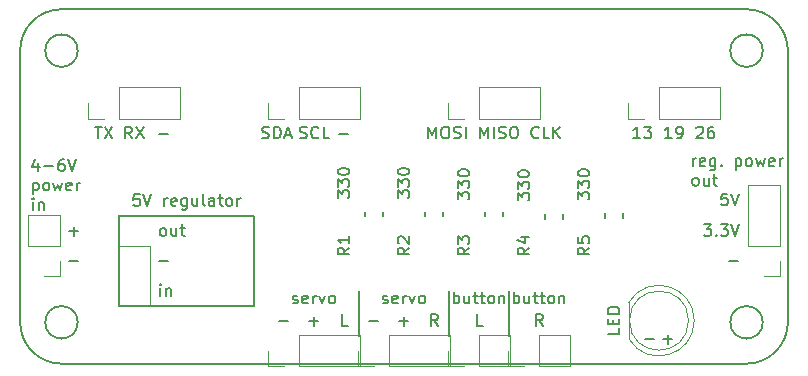
<source format=gto>
G04 #@! TF.GenerationSoftware,KiCad,Pcbnew,(5.0.2)*
G04 #@! TF.CreationDate,2020-11-06T15:24:57+00:00*
G04 #@! TF.ProjectId,alto,616c746f-2e6b-4696-9361-645f70636258,rev?*
G04 #@! TF.SameCoordinates,Original*
G04 #@! TF.FileFunction,Legend,Top*
G04 #@! TF.FilePolarity,Positive*
%FSLAX46Y46*%
G04 Gerber Fmt 4.6, Leading zero omitted, Abs format (unit mm)*
G04 Created by KiCad (PCBNEW (5.0.2)) date Fri 06 Nov 2020 15:24:57 GMT*
%MOMM*%
%LPD*%
G01*
G04 APERTURE LIST*
%ADD10C,0.150000*%
%ADD11C,0.200000*%
%ADD12C,0.120000*%
G04 APERTURE END LIST*
D10*
X123689523Y-60889761D02*
X123832380Y-60937380D01*
X124070476Y-60937380D01*
X124165714Y-60889761D01*
X124213333Y-60842142D01*
X124260952Y-60746904D01*
X124260952Y-60651666D01*
X124213333Y-60556428D01*
X124165714Y-60508809D01*
X124070476Y-60461190D01*
X123880000Y-60413571D01*
X123784761Y-60365952D01*
X123737142Y-60318333D01*
X123689523Y-60223095D01*
X123689523Y-60127857D01*
X123737142Y-60032619D01*
X123784761Y-59985000D01*
X123880000Y-59937380D01*
X124118095Y-59937380D01*
X124260952Y-59985000D01*
X125260952Y-60842142D02*
X125213333Y-60889761D01*
X125070476Y-60937380D01*
X124975238Y-60937380D01*
X124832380Y-60889761D01*
X124737142Y-60794523D01*
X124689523Y-60699285D01*
X124641904Y-60508809D01*
X124641904Y-60365952D01*
X124689523Y-60175476D01*
X124737142Y-60080238D01*
X124832380Y-59985000D01*
X124975238Y-59937380D01*
X125070476Y-59937380D01*
X125213333Y-59985000D01*
X125260952Y-60032619D01*
X126165714Y-60937380D02*
X125689523Y-60937380D01*
X125689523Y-59937380D01*
X127039047Y-60556428D02*
X127800952Y-60556428D01*
X111799047Y-60556428D02*
X112560952Y-60556428D01*
X156965595Y-63287380D02*
X156965595Y-62620714D01*
X156965595Y-62811190D02*
X157013214Y-62715952D01*
X157060833Y-62668333D01*
X157156071Y-62620714D01*
X157251309Y-62620714D01*
X157965595Y-63239761D02*
X157870357Y-63287380D01*
X157679880Y-63287380D01*
X157584642Y-63239761D01*
X157537023Y-63144523D01*
X157537023Y-62763571D01*
X157584642Y-62668333D01*
X157679880Y-62620714D01*
X157870357Y-62620714D01*
X157965595Y-62668333D01*
X158013214Y-62763571D01*
X158013214Y-62858809D01*
X157537023Y-62954047D01*
X158870357Y-62620714D02*
X158870357Y-63430238D01*
X158822738Y-63525476D01*
X158775119Y-63573095D01*
X158679880Y-63620714D01*
X158537023Y-63620714D01*
X158441785Y-63573095D01*
X158870357Y-63239761D02*
X158775119Y-63287380D01*
X158584642Y-63287380D01*
X158489404Y-63239761D01*
X158441785Y-63192142D01*
X158394166Y-63096904D01*
X158394166Y-62811190D01*
X158441785Y-62715952D01*
X158489404Y-62668333D01*
X158584642Y-62620714D01*
X158775119Y-62620714D01*
X158870357Y-62668333D01*
X159346547Y-63192142D02*
X159394166Y-63239761D01*
X159346547Y-63287380D01*
X159298928Y-63239761D01*
X159346547Y-63192142D01*
X159346547Y-63287380D01*
X160584642Y-62620714D02*
X160584642Y-63620714D01*
X160584642Y-62668333D02*
X160679880Y-62620714D01*
X160870357Y-62620714D01*
X160965595Y-62668333D01*
X161013214Y-62715952D01*
X161060833Y-62811190D01*
X161060833Y-63096904D01*
X161013214Y-63192142D01*
X160965595Y-63239761D01*
X160870357Y-63287380D01*
X160679880Y-63287380D01*
X160584642Y-63239761D01*
X161632261Y-63287380D02*
X161537023Y-63239761D01*
X161489404Y-63192142D01*
X161441785Y-63096904D01*
X161441785Y-62811190D01*
X161489404Y-62715952D01*
X161537023Y-62668333D01*
X161632261Y-62620714D01*
X161775119Y-62620714D01*
X161870357Y-62668333D01*
X161917976Y-62715952D01*
X161965595Y-62811190D01*
X161965595Y-63096904D01*
X161917976Y-63192142D01*
X161870357Y-63239761D01*
X161775119Y-63287380D01*
X161632261Y-63287380D01*
X162298928Y-62620714D02*
X162489404Y-63287380D01*
X162679880Y-62811190D01*
X162870357Y-63287380D01*
X163060833Y-62620714D01*
X163822738Y-63239761D02*
X163727500Y-63287380D01*
X163537023Y-63287380D01*
X163441785Y-63239761D01*
X163394166Y-63144523D01*
X163394166Y-62763571D01*
X163441785Y-62668333D01*
X163537023Y-62620714D01*
X163727500Y-62620714D01*
X163822738Y-62668333D01*
X163870357Y-62763571D01*
X163870357Y-62858809D01*
X163394166Y-62954047D01*
X164298928Y-63287380D02*
X164298928Y-62620714D01*
X164298928Y-62811190D02*
X164346547Y-62715952D01*
X164394166Y-62668333D01*
X164489404Y-62620714D01*
X164584642Y-62620714D01*
X157108452Y-64937380D02*
X157013214Y-64889761D01*
X156965595Y-64842142D01*
X156917976Y-64746904D01*
X156917976Y-64461190D01*
X156965595Y-64365952D01*
X157013214Y-64318333D01*
X157108452Y-64270714D01*
X157251309Y-64270714D01*
X157346547Y-64318333D01*
X157394166Y-64365952D01*
X157441785Y-64461190D01*
X157441785Y-64746904D01*
X157394166Y-64842142D01*
X157346547Y-64889761D01*
X157251309Y-64937380D01*
X157108452Y-64937380D01*
X158298928Y-64270714D02*
X158298928Y-64937380D01*
X157870357Y-64270714D02*
X157870357Y-64794523D01*
X157917976Y-64889761D01*
X158013214Y-64937380D01*
X158156071Y-64937380D01*
X158251309Y-64889761D01*
X158298928Y-64842142D01*
X158632261Y-64270714D02*
X159013214Y-64270714D01*
X158775119Y-63937380D02*
X158775119Y-64794523D01*
X158822738Y-64889761D01*
X158917976Y-64937380D01*
X159013214Y-64937380D01*
X159882261Y-65604120D02*
X159406071Y-65604120D01*
X159358452Y-66080311D01*
X159406071Y-66032692D01*
X159501309Y-65985073D01*
X159739404Y-65985073D01*
X159834642Y-66032692D01*
X159882261Y-66080311D01*
X159929880Y-66175549D01*
X159929880Y-66413644D01*
X159882261Y-66508882D01*
X159834642Y-66556501D01*
X159739404Y-66604120D01*
X159501309Y-66604120D01*
X159406071Y-66556501D01*
X159358452Y-66508882D01*
X160215595Y-65604120D02*
X160548928Y-66604120D01*
X160882261Y-65604120D01*
X157882261Y-68192380D02*
X158501309Y-68192380D01*
X158167976Y-68573333D01*
X158310833Y-68573333D01*
X158406071Y-68620952D01*
X158453690Y-68668571D01*
X158501309Y-68763809D01*
X158501309Y-69001904D01*
X158453690Y-69097142D01*
X158406071Y-69144761D01*
X158310833Y-69192380D01*
X158025119Y-69192380D01*
X157929880Y-69144761D01*
X157882261Y-69097142D01*
X158929880Y-69097142D02*
X158977500Y-69144761D01*
X158929880Y-69192380D01*
X158882261Y-69144761D01*
X158929880Y-69097142D01*
X158929880Y-69192380D01*
X159310833Y-68192380D02*
X159929880Y-68192380D01*
X159596547Y-68573333D01*
X159739404Y-68573333D01*
X159834642Y-68620952D01*
X159882261Y-68668571D01*
X159929880Y-68763809D01*
X159929880Y-69001904D01*
X159882261Y-69097142D01*
X159834642Y-69144761D01*
X159739404Y-69192380D01*
X159453690Y-69192380D01*
X159358452Y-69144761D01*
X159310833Y-69097142D01*
X160215595Y-68192380D02*
X160548928Y-69192380D01*
X160882261Y-68192380D01*
X159977500Y-71303168D02*
X160739404Y-71303168D01*
X152502857Y-60937380D02*
X151931428Y-60937380D01*
X152217142Y-60937380D02*
X152217142Y-59937380D01*
X152121904Y-60080238D01*
X152026666Y-60175476D01*
X151931428Y-60223095D01*
X152836190Y-59937380D02*
X153455238Y-59937380D01*
X153121904Y-60318333D01*
X153264761Y-60318333D01*
X153360000Y-60365952D01*
X153407619Y-60413571D01*
X153455238Y-60508809D01*
X153455238Y-60746904D01*
X153407619Y-60842142D01*
X153360000Y-60889761D01*
X153264761Y-60937380D01*
X152979047Y-60937380D01*
X152883809Y-60889761D01*
X152836190Y-60842142D01*
X155169523Y-60937380D02*
X154598095Y-60937380D01*
X154883809Y-60937380D02*
X154883809Y-59937380D01*
X154788571Y-60080238D01*
X154693333Y-60175476D01*
X154598095Y-60223095D01*
X155645714Y-60937380D02*
X155836190Y-60937380D01*
X155931428Y-60889761D01*
X155979047Y-60842142D01*
X156074285Y-60699285D01*
X156121904Y-60508809D01*
X156121904Y-60127857D01*
X156074285Y-60032619D01*
X156026666Y-59985000D01*
X155931428Y-59937380D01*
X155740952Y-59937380D01*
X155645714Y-59985000D01*
X155598095Y-60032619D01*
X155550476Y-60127857D01*
X155550476Y-60365952D01*
X155598095Y-60461190D01*
X155645714Y-60508809D01*
X155740952Y-60556428D01*
X155931428Y-60556428D01*
X156026666Y-60508809D01*
X156074285Y-60461190D01*
X156121904Y-60365952D01*
X157264761Y-60032619D02*
X157312380Y-59985000D01*
X157407619Y-59937380D01*
X157645714Y-59937380D01*
X157740952Y-59985000D01*
X157788571Y-60032619D01*
X157836190Y-60127857D01*
X157836190Y-60223095D01*
X157788571Y-60365952D01*
X157217142Y-60937380D01*
X157836190Y-60937380D01*
X158693333Y-59937380D02*
X158502857Y-59937380D01*
X158407619Y-59985000D01*
X158360000Y-60032619D01*
X158264761Y-60175476D01*
X158217142Y-60365952D01*
X158217142Y-60746904D01*
X158264761Y-60842142D01*
X158312380Y-60889761D01*
X158407619Y-60937380D01*
X158598095Y-60937380D01*
X158693333Y-60889761D01*
X158740952Y-60842142D01*
X158788571Y-60746904D01*
X158788571Y-60508809D01*
X158740952Y-60413571D01*
X158693333Y-60365952D01*
X158598095Y-60318333D01*
X158407619Y-60318333D01*
X158312380Y-60365952D01*
X158264761Y-60413571D01*
X158217142Y-60508809D01*
X134572380Y-60937380D02*
X134572380Y-59937380D01*
X134905714Y-60651666D01*
X135239047Y-59937380D01*
X135239047Y-60937380D01*
X135905714Y-59937380D02*
X136096190Y-59937380D01*
X136191428Y-59985000D01*
X136286666Y-60080238D01*
X136334285Y-60270714D01*
X136334285Y-60604047D01*
X136286666Y-60794523D01*
X136191428Y-60889761D01*
X136096190Y-60937380D01*
X135905714Y-60937380D01*
X135810476Y-60889761D01*
X135715238Y-60794523D01*
X135667619Y-60604047D01*
X135667619Y-60270714D01*
X135715238Y-60080238D01*
X135810476Y-59985000D01*
X135905714Y-59937380D01*
X136715238Y-60889761D02*
X136858095Y-60937380D01*
X137096190Y-60937380D01*
X137191428Y-60889761D01*
X137239047Y-60842142D01*
X137286666Y-60746904D01*
X137286666Y-60651666D01*
X137239047Y-60556428D01*
X137191428Y-60508809D01*
X137096190Y-60461190D01*
X136905714Y-60413571D01*
X136810476Y-60365952D01*
X136762857Y-60318333D01*
X136715238Y-60223095D01*
X136715238Y-60127857D01*
X136762857Y-60032619D01*
X136810476Y-59985000D01*
X136905714Y-59937380D01*
X137143809Y-59937380D01*
X137286666Y-59985000D01*
X137715238Y-60937380D02*
X137715238Y-59937380D01*
X138953333Y-60937380D02*
X138953333Y-59937380D01*
X139286666Y-60651666D01*
X139620000Y-59937380D01*
X139620000Y-60937380D01*
X140096190Y-60937380D02*
X140096190Y-59937380D01*
X140524761Y-60889761D02*
X140667619Y-60937380D01*
X140905714Y-60937380D01*
X141000952Y-60889761D01*
X141048571Y-60842142D01*
X141096190Y-60746904D01*
X141096190Y-60651666D01*
X141048571Y-60556428D01*
X141000952Y-60508809D01*
X140905714Y-60461190D01*
X140715238Y-60413571D01*
X140620000Y-60365952D01*
X140572380Y-60318333D01*
X140524761Y-60223095D01*
X140524761Y-60127857D01*
X140572380Y-60032619D01*
X140620000Y-59985000D01*
X140715238Y-59937380D01*
X140953333Y-59937380D01*
X141096190Y-59985000D01*
X141715238Y-59937380D02*
X141905714Y-59937380D01*
X142000952Y-59985000D01*
X142096190Y-60080238D01*
X142143809Y-60270714D01*
X142143809Y-60604047D01*
X142096190Y-60794523D01*
X142000952Y-60889761D01*
X141905714Y-60937380D01*
X141715238Y-60937380D01*
X141620000Y-60889761D01*
X141524761Y-60794523D01*
X141477142Y-60604047D01*
X141477142Y-60270714D01*
X141524761Y-60080238D01*
X141620000Y-59985000D01*
X141715238Y-59937380D01*
X143905714Y-60842142D02*
X143858095Y-60889761D01*
X143715238Y-60937380D01*
X143620000Y-60937380D01*
X143477142Y-60889761D01*
X143381904Y-60794523D01*
X143334285Y-60699285D01*
X143286666Y-60508809D01*
X143286666Y-60365952D01*
X143334285Y-60175476D01*
X143381904Y-60080238D01*
X143477142Y-59985000D01*
X143620000Y-59937380D01*
X143715238Y-59937380D01*
X143858095Y-59985000D01*
X143905714Y-60032619D01*
X144810476Y-60937380D02*
X144334285Y-60937380D01*
X144334285Y-59937380D01*
X145143809Y-60937380D02*
X145143809Y-59937380D01*
X145715238Y-60937380D02*
X145286666Y-60365952D01*
X145715238Y-59937380D02*
X145143809Y-60508809D01*
X120490714Y-60889761D02*
X120633571Y-60937380D01*
X120871666Y-60937380D01*
X120966904Y-60889761D01*
X121014523Y-60842142D01*
X121062142Y-60746904D01*
X121062142Y-60651666D01*
X121014523Y-60556428D01*
X120966904Y-60508809D01*
X120871666Y-60461190D01*
X120681190Y-60413571D01*
X120585952Y-60365952D01*
X120538333Y-60318333D01*
X120490714Y-60223095D01*
X120490714Y-60127857D01*
X120538333Y-60032619D01*
X120585952Y-59985000D01*
X120681190Y-59937380D01*
X120919285Y-59937380D01*
X121062142Y-59985000D01*
X121490714Y-60937380D02*
X121490714Y-59937380D01*
X121728809Y-59937380D01*
X121871666Y-59985000D01*
X121966904Y-60080238D01*
X122014523Y-60175476D01*
X122062142Y-60365952D01*
X122062142Y-60508809D01*
X122014523Y-60699285D01*
X121966904Y-60794523D01*
X121871666Y-60889761D01*
X121728809Y-60937380D01*
X121490714Y-60937380D01*
X122443095Y-60651666D02*
X122919285Y-60651666D01*
X122347857Y-60937380D02*
X122681190Y-59937380D01*
X123014523Y-60937380D01*
X141787142Y-74907380D02*
X141787142Y-73907380D01*
X141787142Y-74288333D02*
X141882380Y-74240714D01*
X142072857Y-74240714D01*
X142168095Y-74288333D01*
X142215714Y-74335952D01*
X142263333Y-74431190D01*
X142263333Y-74716904D01*
X142215714Y-74812142D01*
X142168095Y-74859761D01*
X142072857Y-74907380D01*
X141882380Y-74907380D01*
X141787142Y-74859761D01*
X143120476Y-74240714D02*
X143120476Y-74907380D01*
X142691904Y-74240714D02*
X142691904Y-74764523D01*
X142739523Y-74859761D01*
X142834761Y-74907380D01*
X142977619Y-74907380D01*
X143072857Y-74859761D01*
X143120476Y-74812142D01*
X143453809Y-74240714D02*
X143834761Y-74240714D01*
X143596666Y-73907380D02*
X143596666Y-74764523D01*
X143644285Y-74859761D01*
X143739523Y-74907380D01*
X143834761Y-74907380D01*
X144025238Y-74240714D02*
X144406190Y-74240714D01*
X144168095Y-73907380D02*
X144168095Y-74764523D01*
X144215714Y-74859761D01*
X144310952Y-74907380D01*
X144406190Y-74907380D01*
X144882380Y-74907380D02*
X144787142Y-74859761D01*
X144739523Y-74812142D01*
X144691904Y-74716904D01*
X144691904Y-74431190D01*
X144739523Y-74335952D01*
X144787142Y-74288333D01*
X144882380Y-74240714D01*
X145025238Y-74240714D01*
X145120476Y-74288333D01*
X145168095Y-74335952D01*
X145215714Y-74431190D01*
X145215714Y-74716904D01*
X145168095Y-74812142D01*
X145120476Y-74859761D01*
X145025238Y-74907380D01*
X144882380Y-74907380D01*
X145644285Y-74240714D02*
X145644285Y-74907380D01*
X145644285Y-74335952D02*
X145691904Y-74288333D01*
X145787142Y-74240714D01*
X145930000Y-74240714D01*
X146025238Y-74288333D01*
X146072857Y-74383571D01*
X146072857Y-74907380D01*
X136707142Y-74907380D02*
X136707142Y-73907380D01*
X136707142Y-74288333D02*
X136802380Y-74240714D01*
X136992857Y-74240714D01*
X137088095Y-74288333D01*
X137135714Y-74335952D01*
X137183333Y-74431190D01*
X137183333Y-74716904D01*
X137135714Y-74812142D01*
X137088095Y-74859761D01*
X136992857Y-74907380D01*
X136802380Y-74907380D01*
X136707142Y-74859761D01*
X138040476Y-74240714D02*
X138040476Y-74907380D01*
X137611904Y-74240714D02*
X137611904Y-74764523D01*
X137659523Y-74859761D01*
X137754761Y-74907380D01*
X137897619Y-74907380D01*
X137992857Y-74859761D01*
X138040476Y-74812142D01*
X138373809Y-74240714D02*
X138754761Y-74240714D01*
X138516666Y-73907380D02*
X138516666Y-74764523D01*
X138564285Y-74859761D01*
X138659523Y-74907380D01*
X138754761Y-74907380D01*
X138945238Y-74240714D02*
X139326190Y-74240714D01*
X139088095Y-73907380D02*
X139088095Y-74764523D01*
X139135714Y-74859761D01*
X139230952Y-74907380D01*
X139326190Y-74907380D01*
X139802380Y-74907380D02*
X139707142Y-74859761D01*
X139659523Y-74812142D01*
X139611904Y-74716904D01*
X139611904Y-74431190D01*
X139659523Y-74335952D01*
X139707142Y-74288333D01*
X139802380Y-74240714D01*
X139945238Y-74240714D01*
X140040476Y-74288333D01*
X140088095Y-74335952D01*
X140135714Y-74431190D01*
X140135714Y-74716904D01*
X140088095Y-74812142D01*
X140040476Y-74859761D01*
X139945238Y-74907380D01*
X139802380Y-74907380D01*
X140564285Y-74240714D02*
X140564285Y-74907380D01*
X140564285Y-74335952D02*
X140611904Y-74288333D01*
X140707142Y-74240714D01*
X140850000Y-74240714D01*
X140945238Y-74288333D01*
X140992857Y-74383571D01*
X140992857Y-74907380D01*
X130714285Y-74859761D02*
X130809523Y-74907380D01*
X131000000Y-74907380D01*
X131095238Y-74859761D01*
X131142857Y-74764523D01*
X131142857Y-74716904D01*
X131095238Y-74621666D01*
X131000000Y-74574047D01*
X130857142Y-74574047D01*
X130761904Y-74526428D01*
X130714285Y-74431190D01*
X130714285Y-74383571D01*
X130761904Y-74288333D01*
X130857142Y-74240714D01*
X131000000Y-74240714D01*
X131095238Y-74288333D01*
X131952380Y-74859761D02*
X131857142Y-74907380D01*
X131666666Y-74907380D01*
X131571428Y-74859761D01*
X131523809Y-74764523D01*
X131523809Y-74383571D01*
X131571428Y-74288333D01*
X131666666Y-74240714D01*
X131857142Y-74240714D01*
X131952380Y-74288333D01*
X132000000Y-74383571D01*
X132000000Y-74478809D01*
X131523809Y-74574047D01*
X132428571Y-74907380D02*
X132428571Y-74240714D01*
X132428571Y-74431190D02*
X132476190Y-74335952D01*
X132523809Y-74288333D01*
X132619047Y-74240714D01*
X132714285Y-74240714D01*
X132952380Y-74240714D02*
X133190476Y-74907380D01*
X133428571Y-74240714D01*
X133952380Y-74907380D02*
X133857142Y-74859761D01*
X133809523Y-74812142D01*
X133761904Y-74716904D01*
X133761904Y-74431190D01*
X133809523Y-74335952D01*
X133857142Y-74288333D01*
X133952380Y-74240714D01*
X134095238Y-74240714D01*
X134190476Y-74288333D01*
X134238095Y-74335952D01*
X134285714Y-74431190D01*
X134285714Y-74716904D01*
X134238095Y-74812142D01*
X134190476Y-74859761D01*
X134095238Y-74907380D01*
X133952380Y-74907380D01*
X123094285Y-74859761D02*
X123189523Y-74907380D01*
X123380000Y-74907380D01*
X123475238Y-74859761D01*
X123522857Y-74764523D01*
X123522857Y-74716904D01*
X123475238Y-74621666D01*
X123380000Y-74574047D01*
X123237142Y-74574047D01*
X123141904Y-74526428D01*
X123094285Y-74431190D01*
X123094285Y-74383571D01*
X123141904Y-74288333D01*
X123237142Y-74240714D01*
X123380000Y-74240714D01*
X123475238Y-74288333D01*
X124332380Y-74859761D02*
X124237142Y-74907380D01*
X124046666Y-74907380D01*
X123951428Y-74859761D01*
X123903809Y-74764523D01*
X123903809Y-74383571D01*
X123951428Y-74288333D01*
X124046666Y-74240714D01*
X124237142Y-74240714D01*
X124332380Y-74288333D01*
X124380000Y-74383571D01*
X124380000Y-74478809D01*
X123903809Y-74574047D01*
X124808571Y-74907380D02*
X124808571Y-74240714D01*
X124808571Y-74431190D02*
X124856190Y-74335952D01*
X124903809Y-74288333D01*
X124999047Y-74240714D01*
X125094285Y-74240714D01*
X125332380Y-74240714D02*
X125570476Y-74907380D01*
X125808571Y-74240714D01*
X126332380Y-74907380D02*
X126237142Y-74859761D01*
X126189523Y-74812142D01*
X126141904Y-74716904D01*
X126141904Y-74431190D01*
X126189523Y-74335952D01*
X126237142Y-74288333D01*
X126332380Y-74240714D01*
X126475238Y-74240714D01*
X126570476Y-74288333D01*
X126618095Y-74335952D01*
X126665714Y-74431190D01*
X126665714Y-74716904D01*
X126618095Y-74812142D01*
X126570476Y-74859761D01*
X126475238Y-74907380D01*
X126332380Y-74907380D01*
D11*
X108370000Y-75090000D02*
X108370000Y-67470000D01*
X119800000Y-75090000D02*
X108370000Y-75090000D01*
X119800000Y-67470000D02*
X119800000Y-75090000D01*
X108370000Y-67470000D02*
X119800000Y-67470000D01*
D10*
X109473333Y-60937380D02*
X109140000Y-60461190D01*
X108901904Y-60937380D02*
X108901904Y-59937380D01*
X109282857Y-59937380D01*
X109378095Y-59985000D01*
X109425714Y-60032619D01*
X109473333Y-60127857D01*
X109473333Y-60270714D01*
X109425714Y-60365952D01*
X109378095Y-60413571D01*
X109282857Y-60461190D01*
X108901904Y-60461190D01*
X109806666Y-59937380D02*
X110473333Y-60937380D01*
X110473333Y-59937380D02*
X109806666Y-60937380D01*
X106338095Y-59937380D02*
X106909523Y-59937380D01*
X106623809Y-60937380D02*
X106623809Y-59937380D01*
X107147619Y-59937380D02*
X107814285Y-60937380D01*
X107814285Y-59937380D02*
X107147619Y-60937380D01*
X112023452Y-69192380D02*
X111928214Y-69144761D01*
X111880595Y-69097142D01*
X111832976Y-69001904D01*
X111832976Y-68716190D01*
X111880595Y-68620952D01*
X111928214Y-68573333D01*
X112023452Y-68525714D01*
X112166309Y-68525714D01*
X112261547Y-68573333D01*
X112309166Y-68620952D01*
X112356785Y-68716190D01*
X112356785Y-69001904D01*
X112309166Y-69097142D01*
X112261547Y-69144761D01*
X112166309Y-69192380D01*
X112023452Y-69192380D01*
X113213928Y-68525714D02*
X113213928Y-69192380D01*
X112785357Y-68525714D02*
X112785357Y-69049523D01*
X112832976Y-69144761D01*
X112928214Y-69192380D01*
X113071071Y-69192380D01*
X113166309Y-69144761D01*
X113213928Y-69097142D01*
X113547261Y-68525714D02*
X113928214Y-68525714D01*
X113690119Y-68192380D02*
X113690119Y-69049523D01*
X113737738Y-69144761D01*
X113832976Y-69192380D01*
X113928214Y-69192380D01*
X111880595Y-74272380D02*
X111880595Y-73605714D01*
X111880595Y-73272380D02*
X111832976Y-73320000D01*
X111880595Y-73367619D01*
X111928214Y-73320000D01*
X111880595Y-73272380D01*
X111880595Y-73367619D01*
X112356785Y-73605714D02*
X112356785Y-74272380D01*
X112356785Y-73700952D02*
X112404404Y-73653333D01*
X112499642Y-73605714D01*
X112642500Y-73605714D01*
X112737738Y-73653333D01*
X112785357Y-73748571D01*
X112785357Y-74272380D01*
X111799047Y-71351428D02*
X112560952Y-71351428D01*
X110108809Y-65652380D02*
X109632619Y-65652380D01*
X109585000Y-66128571D01*
X109632619Y-66080952D01*
X109727857Y-66033333D01*
X109965952Y-66033333D01*
X110061190Y-66080952D01*
X110108809Y-66128571D01*
X110156428Y-66223809D01*
X110156428Y-66461904D01*
X110108809Y-66557142D01*
X110061190Y-66604761D01*
X109965952Y-66652380D01*
X109727857Y-66652380D01*
X109632619Y-66604761D01*
X109585000Y-66557142D01*
X110442142Y-65652380D02*
X110775476Y-66652380D01*
X111108809Y-65652380D01*
X112204047Y-66652380D02*
X112204047Y-65985714D01*
X112204047Y-66176190D02*
X112251666Y-66080952D01*
X112299285Y-66033333D01*
X112394523Y-65985714D01*
X112489761Y-65985714D01*
X113204047Y-66604761D02*
X113108809Y-66652380D01*
X112918333Y-66652380D01*
X112823095Y-66604761D01*
X112775476Y-66509523D01*
X112775476Y-66128571D01*
X112823095Y-66033333D01*
X112918333Y-65985714D01*
X113108809Y-65985714D01*
X113204047Y-66033333D01*
X113251666Y-66128571D01*
X113251666Y-66223809D01*
X112775476Y-66319047D01*
X114108809Y-65985714D02*
X114108809Y-66795238D01*
X114061190Y-66890476D01*
X114013571Y-66938095D01*
X113918333Y-66985714D01*
X113775476Y-66985714D01*
X113680238Y-66938095D01*
X114108809Y-66604761D02*
X114013571Y-66652380D01*
X113823095Y-66652380D01*
X113727857Y-66604761D01*
X113680238Y-66557142D01*
X113632619Y-66461904D01*
X113632619Y-66176190D01*
X113680238Y-66080952D01*
X113727857Y-66033333D01*
X113823095Y-65985714D01*
X114013571Y-65985714D01*
X114108809Y-66033333D01*
X115013571Y-65985714D02*
X115013571Y-66652380D01*
X114585000Y-65985714D02*
X114585000Y-66509523D01*
X114632619Y-66604761D01*
X114727857Y-66652380D01*
X114870714Y-66652380D01*
X114965952Y-66604761D01*
X115013571Y-66557142D01*
X115632619Y-66652380D02*
X115537380Y-66604761D01*
X115489761Y-66509523D01*
X115489761Y-65652380D01*
X116442142Y-66652380D02*
X116442142Y-66128571D01*
X116394523Y-66033333D01*
X116299285Y-65985714D01*
X116108809Y-65985714D01*
X116013571Y-66033333D01*
X116442142Y-66604761D02*
X116346904Y-66652380D01*
X116108809Y-66652380D01*
X116013571Y-66604761D01*
X115965952Y-66509523D01*
X115965952Y-66414285D01*
X116013571Y-66319047D01*
X116108809Y-66271428D01*
X116346904Y-66271428D01*
X116442142Y-66223809D01*
X116775476Y-65985714D02*
X117156428Y-65985714D01*
X116918333Y-65652380D02*
X116918333Y-66509523D01*
X116965952Y-66604761D01*
X117061190Y-66652380D01*
X117156428Y-66652380D01*
X117632619Y-66652380D02*
X117537380Y-66604761D01*
X117489761Y-66557142D01*
X117442142Y-66461904D01*
X117442142Y-66176190D01*
X117489761Y-66080952D01*
X117537380Y-66033333D01*
X117632619Y-65985714D01*
X117775476Y-65985714D01*
X117870714Y-66033333D01*
X117918333Y-66080952D01*
X117965952Y-66176190D01*
X117965952Y-66461904D01*
X117918333Y-66557142D01*
X117870714Y-66604761D01*
X117775476Y-66652380D01*
X117632619Y-66652380D01*
X118394523Y-66652380D02*
X118394523Y-65985714D01*
X118394523Y-66176190D02*
X118442142Y-66080952D01*
X118489761Y-66033333D01*
X118585000Y-65985714D01*
X118680238Y-65985714D01*
X101514166Y-63017454D02*
X101514166Y-63684120D01*
X101276071Y-62636501D02*
X101037976Y-63350787D01*
X101657023Y-63350787D01*
X102037976Y-63303168D02*
X102799880Y-63303168D01*
X103704642Y-62684120D02*
X103514166Y-62684120D01*
X103418928Y-62731740D01*
X103371309Y-62779359D01*
X103276071Y-62922216D01*
X103228452Y-63112692D01*
X103228452Y-63493644D01*
X103276071Y-63588882D01*
X103323690Y-63636501D01*
X103418928Y-63684120D01*
X103609404Y-63684120D01*
X103704642Y-63636501D01*
X103752261Y-63588882D01*
X103799880Y-63493644D01*
X103799880Y-63255549D01*
X103752261Y-63160311D01*
X103704642Y-63112692D01*
X103609404Y-63065073D01*
X103418928Y-63065073D01*
X103323690Y-63112692D01*
X103276071Y-63160311D01*
X103228452Y-63255549D01*
X104085595Y-62684120D02*
X104418928Y-63684120D01*
X104752261Y-62684120D01*
X101085595Y-64667454D02*
X101085595Y-65667454D01*
X101085595Y-64715073D02*
X101180833Y-64667454D01*
X101371309Y-64667454D01*
X101466547Y-64715073D01*
X101514166Y-64762692D01*
X101561785Y-64857930D01*
X101561785Y-65143644D01*
X101514166Y-65238882D01*
X101466547Y-65286501D01*
X101371309Y-65334120D01*
X101180833Y-65334120D01*
X101085595Y-65286501D01*
X102133214Y-65334120D02*
X102037976Y-65286501D01*
X101990357Y-65238882D01*
X101942738Y-65143644D01*
X101942738Y-64857930D01*
X101990357Y-64762692D01*
X102037976Y-64715073D01*
X102133214Y-64667454D01*
X102276071Y-64667454D01*
X102371309Y-64715073D01*
X102418928Y-64762692D01*
X102466547Y-64857930D01*
X102466547Y-65143644D01*
X102418928Y-65238882D01*
X102371309Y-65286501D01*
X102276071Y-65334120D01*
X102133214Y-65334120D01*
X102799880Y-64667454D02*
X102990357Y-65334120D01*
X103180833Y-64857930D01*
X103371309Y-65334120D01*
X103561785Y-64667454D01*
X104323690Y-65286501D02*
X104228452Y-65334120D01*
X104037976Y-65334120D01*
X103942738Y-65286501D01*
X103895119Y-65191263D01*
X103895119Y-64810311D01*
X103942738Y-64715073D01*
X104037976Y-64667454D01*
X104228452Y-64667454D01*
X104323690Y-64715073D01*
X104371309Y-64810311D01*
X104371309Y-64905549D01*
X103895119Y-65000787D01*
X104799880Y-65334120D02*
X104799880Y-64667454D01*
X104799880Y-64857930D02*
X104847500Y-64762692D01*
X104895119Y-64715073D01*
X104990357Y-64667454D01*
X105085595Y-64667454D01*
X101085595Y-66984120D02*
X101085595Y-66317454D01*
X101085595Y-65984120D02*
X101037976Y-66031740D01*
X101085595Y-66079359D01*
X101133214Y-66031740D01*
X101085595Y-65984120D01*
X101085595Y-66079359D01*
X101561785Y-66317454D02*
X101561785Y-66984120D01*
X101561785Y-66412692D02*
X101609404Y-66365073D01*
X101704642Y-66317454D01*
X101847500Y-66317454D01*
X101942738Y-66365073D01*
X101990357Y-66460311D01*
X101990357Y-66984120D01*
X104179047Y-68811428D02*
X104940952Y-68811428D01*
X104560000Y-69192380D02*
X104560000Y-68430476D01*
X104179047Y-71351428D02*
X104940952Y-71351428D01*
X150732380Y-77002857D02*
X150732380Y-77479047D01*
X149732380Y-77479047D01*
X150208571Y-76669523D02*
X150208571Y-76336190D01*
X150732380Y-76193333D02*
X150732380Y-76669523D01*
X149732380Y-76669523D01*
X149732380Y-76193333D01*
X150732380Y-75764761D02*
X149732380Y-75764761D01*
X149732380Y-75526666D01*
X149780000Y-75383809D01*
X149875238Y-75288571D01*
X149970476Y-75240952D01*
X150160952Y-75193333D01*
X150303809Y-75193333D01*
X150494285Y-75240952D01*
X150589523Y-75288571D01*
X150684761Y-75383809D01*
X150732380Y-75526666D01*
X150732380Y-75764761D01*
D11*
X141390000Y-77630000D02*
X141390000Y-73820000D01*
X136310000Y-77630000D02*
X136310000Y-73820000D01*
X128690000Y-77630000D02*
X128690000Y-73820000D01*
D10*
X139159523Y-76812380D02*
X138683333Y-76812380D01*
X138683333Y-75812380D01*
X144239523Y-76812380D02*
X143906190Y-76336190D01*
X143668095Y-76812380D02*
X143668095Y-75812380D01*
X144049047Y-75812380D01*
X144144285Y-75860000D01*
X144191904Y-75907619D01*
X144239523Y-76002857D01*
X144239523Y-76145714D01*
X144191904Y-76240952D01*
X144144285Y-76288571D01*
X144049047Y-76336190D01*
X143668095Y-76336190D01*
X135349523Y-76812380D02*
X135016190Y-76336190D01*
X134778095Y-76812380D02*
X134778095Y-75812380D01*
X135159047Y-75812380D01*
X135254285Y-75860000D01*
X135301904Y-75907619D01*
X135349523Y-76002857D01*
X135349523Y-76145714D01*
X135301904Y-76240952D01*
X135254285Y-76288571D01*
X135159047Y-76336190D01*
X134778095Y-76336190D01*
X127729523Y-76812380D02*
X127253333Y-76812380D01*
X127253333Y-75812380D01*
X154471047Y-77955428D02*
X155232952Y-77955428D01*
X154852000Y-78336380D02*
X154852000Y-77574476D01*
X152947047Y-77955428D02*
X153708952Y-77955428D01*
X132119047Y-76431428D02*
X132880952Y-76431428D01*
X132500000Y-76812380D02*
X132500000Y-76050476D01*
X124499047Y-76431428D02*
X125260952Y-76431428D01*
X124880000Y-76812380D02*
X124880000Y-76050476D01*
X129579047Y-76431428D02*
X130340952Y-76431428D01*
X121959047Y-76431428D02*
X122720952Y-76431428D01*
X157000000Y-80000000D02*
X161500000Y-80000000D01*
X103500000Y-80000000D02*
X157000000Y-80000000D01*
X104875000Y-76500000D02*
G75*
G03X104875000Y-76500000I-1375000J0D01*
G01*
X162875000Y-76500000D02*
G75*
G03X162875000Y-76500000I-1375000J0D01*
G01*
X100000000Y-76500000D02*
X100000000Y-53500000D01*
X165000000Y-53500000D02*
X165000000Y-76500000D01*
X103500000Y-50000000D02*
X161500000Y-50000000D01*
X103500000Y-80000000D02*
G75*
G02X100000000Y-76500000I0J3500000D01*
G01*
X165000000Y-76500000D02*
G75*
G02X161500000Y-80000000I-3500000J0D01*
G01*
X100000000Y-53500000D02*
G75*
G02X103500000Y-50000000I3500000J0D01*
G01*
X161500000Y-50000000D02*
G75*
G02X165000000Y-53500000I0J-3500000D01*
G01*
X162875000Y-53500000D02*
G75*
G03X162875000Y-53500000I-1375000J0D01*
G01*
X104875000Y-53500000D02*
G75*
G03X104875000Y-53500000I-1375000J0D01*
G01*
D12*
G04 #@! TO.C,J5*
X151530000Y-74815000D02*
X151530000Y-77905000D01*
X156590000Y-76360000D02*
G75*
G03X156590000Y-76360000I-2500000J0D01*
G01*
X157080000Y-76359538D02*
G75*
G02X151530000Y-77904830I-2990000J-462D01*
G01*
X157080000Y-76360462D02*
G75*
G03X151530000Y-74815170I-2990000J462D01*
G01*
G04 #@! TO.C,J4*
X141330000Y-80230000D02*
X141330000Y-78900000D01*
X142660000Y-80230000D02*
X141330000Y-80230000D01*
X143930000Y-77570000D02*
X143930000Y-80230000D01*
X146530000Y-77570000D02*
X143930000Y-77570000D01*
X146530000Y-80230000D02*
X146530000Y-77570000D01*
X143930000Y-80230000D02*
X146530000Y-80230000D01*
G04 #@! TO.C,J3*
X136250000Y-80230000D02*
X136250000Y-78900000D01*
X137580000Y-80230000D02*
X136250000Y-80230000D01*
X138850000Y-77570000D02*
X138850000Y-80230000D01*
X141450000Y-77570000D02*
X138850000Y-77570000D01*
X141450000Y-80230000D02*
X141450000Y-77570000D01*
X138850000Y-80230000D02*
X141450000Y-80230000D01*
G04 #@! TO.C,J6*
X103350000Y-72610000D02*
X102020000Y-72610000D01*
X103350000Y-71280000D02*
X103350000Y-72610000D01*
X100690000Y-70010000D02*
X103350000Y-70010000D01*
X100690000Y-67410000D02*
X100690000Y-70010000D01*
X103350000Y-67410000D02*
X100690000Y-67410000D01*
X103350000Y-70010000D02*
X103350000Y-67410000D01*
G04 #@! TO.C,J1*
X121010000Y-80230000D02*
X121010000Y-78900000D01*
X122340000Y-80230000D02*
X121010000Y-80230000D01*
X123610000Y-77570000D02*
X123610000Y-80230000D01*
X128750000Y-77570000D02*
X123610000Y-77570000D01*
X128750000Y-80230000D02*
X128750000Y-77570000D01*
X123610000Y-80230000D02*
X128750000Y-80230000D01*
G04 #@! TO.C,J2*
X128630000Y-80230000D02*
X128630000Y-78900000D01*
X129960000Y-80230000D02*
X128630000Y-80230000D01*
X131230000Y-77570000D02*
X131230000Y-80230000D01*
X136370000Y-77570000D02*
X131230000Y-77570000D01*
X136370000Y-80230000D02*
X136370000Y-77570000D01*
X131230000Y-80230000D02*
X136370000Y-80230000D01*
G04 #@! TO.C,J7*
X108310000Y-67410000D02*
X109640000Y-67410000D01*
X108310000Y-68740000D02*
X108310000Y-67410000D01*
X110970000Y-70010000D02*
X108310000Y-70010000D01*
X110970000Y-75150000D02*
X110970000Y-70010000D01*
X108310000Y-75150000D02*
X110970000Y-75150000D01*
X108310000Y-70010000D02*
X108310000Y-75150000D01*
D10*
G04 #@! TO.C,R3*
X139319900Y-67543660D02*
X139319900Y-67142340D01*
X139319900Y-67442060D02*
X139319900Y-67543660D01*
X140920100Y-67343000D02*
X140920100Y-67543660D01*
X140920100Y-67343000D02*
X140920100Y-67142340D01*
G04 #@! TO.C,R5*
X151080100Y-67470000D02*
X151080100Y-67269340D01*
X151080100Y-67470000D02*
X151080100Y-67670660D01*
X149479900Y-67569060D02*
X149479900Y-67670660D01*
X149479900Y-67670660D02*
X149479900Y-67269340D01*
G04 #@! TO.C,R4*
X146000100Y-67548740D02*
X146000100Y-67348080D01*
X146000100Y-67548740D02*
X146000100Y-67749400D01*
X144399900Y-67647800D02*
X144399900Y-67749400D01*
X144399900Y-67749400D02*
X144399900Y-67348080D01*
G04 #@! TO.C,R1*
X129159900Y-67543660D02*
X129159900Y-67142340D01*
X129159900Y-67442060D02*
X129159900Y-67543660D01*
X130760100Y-67343000D02*
X130760100Y-67543660D01*
X130760100Y-67343000D02*
X130760100Y-67142340D01*
G04 #@! TO.C,R2*
X135840100Y-67343000D02*
X135840100Y-67142340D01*
X135840100Y-67343000D02*
X135840100Y-67543660D01*
X134239900Y-67442060D02*
X134239900Y-67543660D01*
X134239900Y-67543660D02*
X134239900Y-67142340D01*
D12*
G04 #@! TO.C,J10*
X136250000Y-59275000D02*
X136250000Y-57945000D01*
X137580000Y-59275000D02*
X136250000Y-59275000D01*
X138850000Y-56615000D02*
X138850000Y-59275000D01*
X143990000Y-56615000D02*
X138850000Y-56615000D01*
X143990000Y-59275000D02*
X143990000Y-56615000D01*
X138850000Y-59275000D02*
X143990000Y-59275000D01*
G04 #@! TO.C,J11*
X154090000Y-59275000D02*
X159230000Y-59275000D01*
X159230000Y-59275000D02*
X159230000Y-56615000D01*
X159230000Y-56615000D02*
X154090000Y-56615000D01*
X154090000Y-56615000D02*
X154090000Y-59275000D01*
X152820000Y-59275000D02*
X151490000Y-59275000D01*
X151490000Y-59275000D02*
X151490000Y-57945000D01*
G04 #@! TO.C,J12*
X164310000Y-70010000D02*
X164310000Y-64870000D01*
X164310000Y-64870000D02*
X161650000Y-64870000D01*
X161650000Y-64870000D02*
X161650000Y-70010000D01*
X161650000Y-70010000D02*
X164310000Y-70010000D01*
X164310000Y-71280000D02*
X164310000Y-72610000D01*
X164310000Y-72610000D02*
X162980000Y-72610000D01*
G04 #@! TO.C,J8*
X105770000Y-59275000D02*
X105770000Y-57945000D01*
X107100000Y-59275000D02*
X105770000Y-59275000D01*
X108370000Y-56615000D02*
X108370000Y-59275000D01*
X113510000Y-56615000D02*
X108370000Y-56615000D01*
X113510000Y-59275000D02*
X113510000Y-56615000D01*
X108370000Y-59275000D02*
X113510000Y-59275000D01*
G04 #@! TO.C,J9*
X123610000Y-59275000D02*
X128750000Y-59275000D01*
X128750000Y-59275000D02*
X128750000Y-56615000D01*
X128750000Y-56615000D02*
X123610000Y-56615000D01*
X123610000Y-56615000D02*
X123610000Y-59275000D01*
X122340000Y-59275000D02*
X121010000Y-59275000D01*
X121010000Y-59275000D02*
X121010000Y-57945000D01*
G04 #@! TD*
G04 #@! TO.C,R3*
D10*
X138032380Y-70176666D02*
X137556190Y-70510000D01*
X138032380Y-70748095D02*
X137032380Y-70748095D01*
X137032380Y-70367142D01*
X137080000Y-70271904D01*
X137127619Y-70224285D01*
X137222857Y-70176666D01*
X137365714Y-70176666D01*
X137460952Y-70224285D01*
X137508571Y-70271904D01*
X137556190Y-70367142D01*
X137556190Y-70748095D01*
X137032380Y-69843333D02*
X137032380Y-69224285D01*
X137413333Y-69557619D01*
X137413333Y-69414761D01*
X137460952Y-69319523D01*
X137508571Y-69271904D01*
X137603809Y-69224285D01*
X137841904Y-69224285D01*
X137937142Y-69271904D01*
X137984761Y-69319523D01*
X138032380Y-69414761D01*
X138032380Y-69700476D01*
X137984761Y-69795714D01*
X137937142Y-69843333D01*
X137032380Y-66088714D02*
X137032380Y-65469666D01*
X137413333Y-65803000D01*
X137413333Y-65660142D01*
X137460952Y-65564904D01*
X137508571Y-65517285D01*
X137603809Y-65469666D01*
X137841904Y-65469666D01*
X137937142Y-65517285D01*
X137984761Y-65564904D01*
X138032380Y-65660142D01*
X138032380Y-65945857D01*
X137984761Y-66041095D01*
X137937142Y-66088714D01*
X137032380Y-65136333D02*
X137032380Y-64517285D01*
X137413333Y-64850619D01*
X137413333Y-64707761D01*
X137460952Y-64612523D01*
X137508571Y-64564904D01*
X137603809Y-64517285D01*
X137841904Y-64517285D01*
X137937142Y-64564904D01*
X137984761Y-64612523D01*
X138032380Y-64707761D01*
X138032380Y-64993476D01*
X137984761Y-65088714D01*
X137937142Y-65136333D01*
X137032380Y-63898238D02*
X137032380Y-63803000D01*
X137080000Y-63707761D01*
X137127619Y-63660142D01*
X137222857Y-63612523D01*
X137413333Y-63564904D01*
X137651428Y-63564904D01*
X137841904Y-63612523D01*
X137937142Y-63660142D01*
X137984761Y-63707761D01*
X138032380Y-63803000D01*
X138032380Y-63898238D01*
X137984761Y-63993476D01*
X137937142Y-64041095D01*
X137841904Y-64088714D01*
X137651428Y-64136333D01*
X137413333Y-64136333D01*
X137222857Y-64088714D01*
X137127619Y-64041095D01*
X137080000Y-63993476D01*
X137032380Y-63898238D01*
G04 #@! TO.C,R5*
X148192380Y-70176666D02*
X147716190Y-70510000D01*
X148192380Y-70748095D02*
X147192380Y-70748095D01*
X147192380Y-70367142D01*
X147240000Y-70271904D01*
X147287619Y-70224285D01*
X147382857Y-70176666D01*
X147525714Y-70176666D01*
X147620952Y-70224285D01*
X147668571Y-70271904D01*
X147716190Y-70367142D01*
X147716190Y-70748095D01*
X147192380Y-69271904D02*
X147192380Y-69748095D01*
X147668571Y-69795714D01*
X147620952Y-69748095D01*
X147573333Y-69652857D01*
X147573333Y-69414761D01*
X147620952Y-69319523D01*
X147668571Y-69271904D01*
X147763809Y-69224285D01*
X148001904Y-69224285D01*
X148097142Y-69271904D01*
X148144761Y-69319523D01*
X148192380Y-69414761D01*
X148192380Y-69652857D01*
X148144761Y-69748095D01*
X148097142Y-69795714D01*
X147192380Y-66088714D02*
X147192380Y-65469666D01*
X147573333Y-65803000D01*
X147573333Y-65660142D01*
X147620952Y-65564904D01*
X147668571Y-65517285D01*
X147763809Y-65469666D01*
X148001904Y-65469666D01*
X148097142Y-65517285D01*
X148144761Y-65564904D01*
X148192380Y-65660142D01*
X148192380Y-65945857D01*
X148144761Y-66041095D01*
X148097142Y-66088714D01*
X147192380Y-65136333D02*
X147192380Y-64517285D01*
X147573333Y-64850619D01*
X147573333Y-64707761D01*
X147620952Y-64612523D01*
X147668571Y-64564904D01*
X147763809Y-64517285D01*
X148001904Y-64517285D01*
X148097142Y-64564904D01*
X148144761Y-64612523D01*
X148192380Y-64707761D01*
X148192380Y-64993476D01*
X148144761Y-65088714D01*
X148097142Y-65136333D01*
X147192380Y-63898238D02*
X147192380Y-63803000D01*
X147240000Y-63707761D01*
X147287619Y-63660142D01*
X147382857Y-63612523D01*
X147573333Y-63564904D01*
X147811428Y-63564904D01*
X148001904Y-63612523D01*
X148097142Y-63660142D01*
X148144761Y-63707761D01*
X148192380Y-63803000D01*
X148192380Y-63898238D01*
X148144761Y-63993476D01*
X148097142Y-64041095D01*
X148001904Y-64088714D01*
X147811428Y-64136333D01*
X147573333Y-64136333D01*
X147382857Y-64088714D01*
X147287619Y-64041095D01*
X147240000Y-63993476D01*
X147192380Y-63898238D01*
G04 #@! TO.C,R4*
X143112380Y-70176666D02*
X142636190Y-70510000D01*
X143112380Y-70748095D02*
X142112380Y-70748095D01*
X142112380Y-70367142D01*
X142160000Y-70271904D01*
X142207619Y-70224285D01*
X142302857Y-70176666D01*
X142445714Y-70176666D01*
X142540952Y-70224285D01*
X142588571Y-70271904D01*
X142636190Y-70367142D01*
X142636190Y-70748095D01*
X142445714Y-69319523D02*
X143112380Y-69319523D01*
X142064761Y-69557619D02*
X142779047Y-69795714D01*
X142779047Y-69176666D01*
X142112380Y-66167454D02*
X142112380Y-65548406D01*
X142493333Y-65881740D01*
X142493333Y-65738882D01*
X142540952Y-65643644D01*
X142588571Y-65596025D01*
X142683809Y-65548406D01*
X142921904Y-65548406D01*
X143017142Y-65596025D01*
X143064761Y-65643644D01*
X143112380Y-65738882D01*
X143112380Y-66024597D01*
X143064761Y-66119835D01*
X143017142Y-66167454D01*
X142112380Y-65215073D02*
X142112380Y-64596025D01*
X142493333Y-64929359D01*
X142493333Y-64786501D01*
X142540952Y-64691263D01*
X142588571Y-64643644D01*
X142683809Y-64596025D01*
X142921904Y-64596025D01*
X143017142Y-64643644D01*
X143064761Y-64691263D01*
X143112380Y-64786501D01*
X143112380Y-65072216D01*
X143064761Y-65167454D01*
X143017142Y-65215073D01*
X142112380Y-63976978D02*
X142112380Y-63881740D01*
X142160000Y-63786501D01*
X142207619Y-63738882D01*
X142302857Y-63691263D01*
X142493333Y-63643644D01*
X142731428Y-63643644D01*
X142921904Y-63691263D01*
X143017142Y-63738882D01*
X143064761Y-63786501D01*
X143112380Y-63881740D01*
X143112380Y-63976978D01*
X143064761Y-64072216D01*
X143017142Y-64119835D01*
X142921904Y-64167454D01*
X142731428Y-64215073D01*
X142493333Y-64215073D01*
X142302857Y-64167454D01*
X142207619Y-64119835D01*
X142160000Y-64072216D01*
X142112380Y-63976978D01*
G04 #@! TO.C,R1*
X127872380Y-70176666D02*
X127396190Y-70510000D01*
X127872380Y-70748095D02*
X126872380Y-70748095D01*
X126872380Y-70367142D01*
X126920000Y-70271904D01*
X126967619Y-70224285D01*
X127062857Y-70176666D01*
X127205714Y-70176666D01*
X127300952Y-70224285D01*
X127348571Y-70271904D01*
X127396190Y-70367142D01*
X127396190Y-70748095D01*
X127872380Y-69224285D02*
X127872380Y-69795714D01*
X127872380Y-69510000D02*
X126872380Y-69510000D01*
X127015238Y-69605238D01*
X127110476Y-69700476D01*
X127158095Y-69795714D01*
X126872380Y-65961714D02*
X126872380Y-65342666D01*
X127253333Y-65676000D01*
X127253333Y-65533142D01*
X127300952Y-65437904D01*
X127348571Y-65390285D01*
X127443809Y-65342666D01*
X127681904Y-65342666D01*
X127777142Y-65390285D01*
X127824761Y-65437904D01*
X127872380Y-65533142D01*
X127872380Y-65818857D01*
X127824761Y-65914095D01*
X127777142Y-65961714D01*
X126872380Y-65009333D02*
X126872380Y-64390285D01*
X127253333Y-64723619D01*
X127253333Y-64580761D01*
X127300952Y-64485523D01*
X127348571Y-64437904D01*
X127443809Y-64390285D01*
X127681904Y-64390285D01*
X127777142Y-64437904D01*
X127824761Y-64485523D01*
X127872380Y-64580761D01*
X127872380Y-64866476D01*
X127824761Y-64961714D01*
X127777142Y-65009333D01*
X126872380Y-63771238D02*
X126872380Y-63676000D01*
X126920000Y-63580761D01*
X126967619Y-63533142D01*
X127062857Y-63485523D01*
X127253333Y-63437904D01*
X127491428Y-63437904D01*
X127681904Y-63485523D01*
X127777142Y-63533142D01*
X127824761Y-63580761D01*
X127872380Y-63676000D01*
X127872380Y-63771238D01*
X127824761Y-63866476D01*
X127777142Y-63914095D01*
X127681904Y-63961714D01*
X127491428Y-64009333D01*
X127253333Y-64009333D01*
X127062857Y-63961714D01*
X126967619Y-63914095D01*
X126920000Y-63866476D01*
X126872380Y-63771238D01*
G04 #@! TO.C,R2*
X132952380Y-70176666D02*
X132476190Y-70510000D01*
X132952380Y-70748095D02*
X131952380Y-70748095D01*
X131952380Y-70367142D01*
X132000000Y-70271904D01*
X132047619Y-70224285D01*
X132142857Y-70176666D01*
X132285714Y-70176666D01*
X132380952Y-70224285D01*
X132428571Y-70271904D01*
X132476190Y-70367142D01*
X132476190Y-70748095D01*
X132047619Y-69795714D02*
X132000000Y-69748095D01*
X131952380Y-69652857D01*
X131952380Y-69414761D01*
X132000000Y-69319523D01*
X132047619Y-69271904D01*
X132142857Y-69224285D01*
X132238095Y-69224285D01*
X132380952Y-69271904D01*
X132952380Y-69843333D01*
X132952380Y-69224285D01*
X131952380Y-65961714D02*
X131952380Y-65342666D01*
X132333333Y-65676000D01*
X132333333Y-65533142D01*
X132380952Y-65437904D01*
X132428571Y-65390285D01*
X132523809Y-65342666D01*
X132761904Y-65342666D01*
X132857142Y-65390285D01*
X132904761Y-65437904D01*
X132952380Y-65533142D01*
X132952380Y-65818857D01*
X132904761Y-65914095D01*
X132857142Y-65961714D01*
X131952380Y-65009333D02*
X131952380Y-64390285D01*
X132333333Y-64723619D01*
X132333333Y-64580761D01*
X132380952Y-64485523D01*
X132428571Y-64437904D01*
X132523809Y-64390285D01*
X132761904Y-64390285D01*
X132857142Y-64437904D01*
X132904761Y-64485523D01*
X132952380Y-64580761D01*
X132952380Y-64866476D01*
X132904761Y-64961714D01*
X132857142Y-65009333D01*
X131952380Y-63771238D02*
X131952380Y-63676000D01*
X132000000Y-63580761D01*
X132047619Y-63533142D01*
X132142857Y-63485523D01*
X132333333Y-63437904D01*
X132571428Y-63437904D01*
X132761904Y-63485523D01*
X132857142Y-63533142D01*
X132904761Y-63580761D01*
X132952380Y-63676000D01*
X132952380Y-63771238D01*
X132904761Y-63866476D01*
X132857142Y-63914095D01*
X132761904Y-63961714D01*
X132571428Y-64009333D01*
X132333333Y-64009333D01*
X132142857Y-63961714D01*
X132047619Y-63914095D01*
X132000000Y-63866476D01*
X131952380Y-63771238D01*
G04 #@! TD*
M02*

</source>
